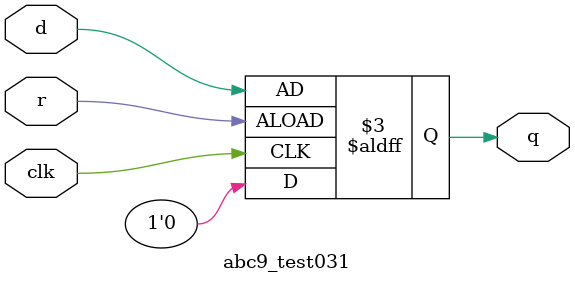
<source format=v>
module abc9_test027(output reg o);
initial o = 1'b0;
always @*
    o <= ~o;
endmodule

module abc9_test028(input i, output o);
wire w;
unknown u(~i, w);
unknown2 u2(w, o);
endmodule

module abc9_test031(input clk, d, r, output reg q);
initial q = 1'b0;
always @(negedge clk or negedge r)
    if (r) q <= 1'b0;
    else q <= d;
endmodule

</source>
